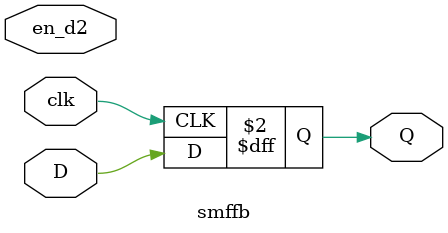
<source format=v>
module smffb
  (
   input  clk,
   input  en_d2,
   input  D,
   output reg Q
   );
   always @ (posedge clk) begin
   	Q <= D;
   end
endmodule
</source>
